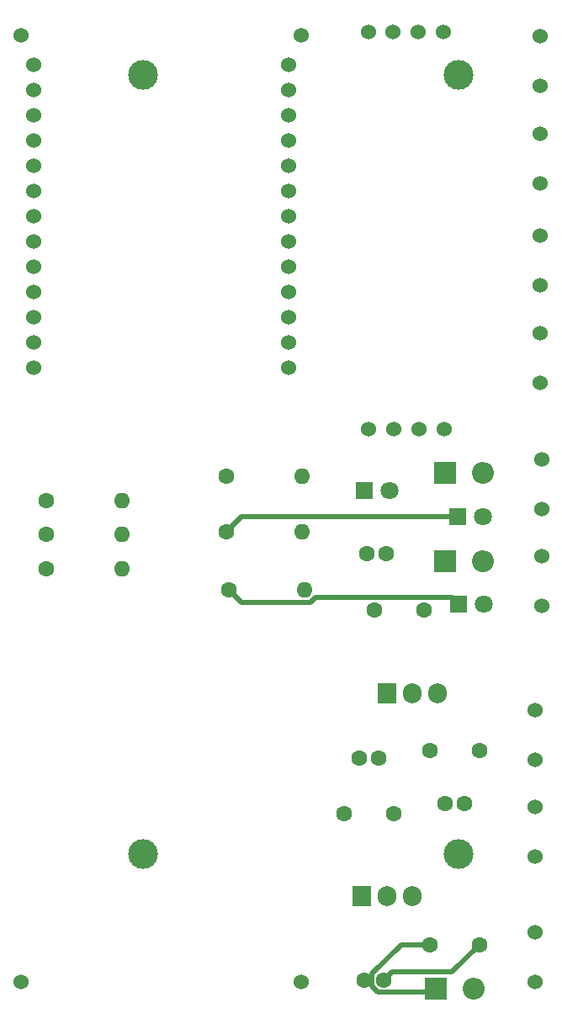
<source format=gtl>
%TF.GenerationSoftware,KiCad,Pcbnew,(5.1.10)-1*%
%TF.CreationDate,2022-11-04T13:07:14-05:00*%
%TF.ProjectId,EscolleraV3,4573636f-6c6c-4657-9261-56332e6b6963,rev?*%
%TF.SameCoordinates,Original*%
%TF.FileFunction,Copper,L1,Top*%
%TF.FilePolarity,Positive*%
%FSLAX46Y46*%
G04 Gerber Fmt 4.6, Leading zero omitted, Abs format (unit mm)*
G04 Created by KiCad (PCBNEW (5.1.10)-1) date 2022-11-04 13:07:14*
%MOMM*%
%LPD*%
G01*
G04 APERTURE LIST*
%TA.AperFunction,WasherPad*%
%ADD10C,1.524000*%
%TD*%
%TA.AperFunction,ComponentPad*%
%ADD11C,1.524000*%
%TD*%
%TA.AperFunction,ComponentPad*%
%ADD12C,1.600000*%
%TD*%
%TA.AperFunction,ComponentPad*%
%ADD13C,1.800000*%
%TD*%
%TA.AperFunction,ComponentPad*%
%ADD14R,1.800000X1.800000*%
%TD*%
%TA.AperFunction,ComponentPad*%
%ADD15O,1.600000X1.600000*%
%TD*%
%TA.AperFunction,ComponentPad*%
%ADD16R,1.905000X2.000000*%
%TD*%
%TA.AperFunction,ComponentPad*%
%ADD17O,1.905000X2.000000*%
%TD*%
%TA.AperFunction,ComponentPad*%
%ADD18R,2.200000X2.200000*%
%TD*%
%TA.AperFunction,ComponentPad*%
%ADD19O,2.200000X2.200000*%
%TD*%
%TA.AperFunction,ViaPad*%
%ADD20C,3.000000*%
%TD*%
%TA.AperFunction,Conductor*%
%ADD21C,0.500000*%
%TD*%
G04 APERTURE END LIST*
D10*
%TO.P,U3,*%
%TO.N,*%
X117739961Y-140912821D03*
X145899961Y-140912821D03*
X145899961Y-45642821D03*
X117739961Y-45642821D03*
D11*
%TO.P,U3,36*%
%TO.N,Net-(U3-Pad36)*%
X118979961Y-48672821D03*
%TO.P,U3,39*%
%TO.N,Net-(U3-Pad39)*%
X118979961Y-51212821D03*
%TO.P,U3,RST*%
%TO.N,Net-(U3-PadRST)*%
X118979961Y-53752821D03*
%TO.P,U3,15*%
%TO.N,Net-(U3-Pad15)*%
X118979961Y-56292821D03*
%TO.P,U3,35*%
%TO.N,Net-(U3-Pad35)*%
X118979961Y-58832821D03*
%TO.P,U3,32*%
%TO.N,Net-(U3-Pad32)*%
X118979961Y-61372821D03*
%TO.P,U3,33*%
%TO.N,Net-(U3-Pad33)*%
X118979961Y-63912821D03*
%TO.P,U3,25*%
%TO.N,/IN2*%
X118979961Y-66452821D03*
%TO.P,U3,14*%
%TO.N,/IN1*%
X118979961Y-68992821D03*
%TO.P,U3,13*%
%TO.N,Net-(U3-Pad13)*%
X118979961Y-71532821D03*
%TO.P,U3,2*%
%TO.N,Net-(R1-Pad2)*%
X118979961Y-74072821D03*
%TO.P,U3,GND1*%
%TO.N,GND*%
X118979961Y-76612821D03*
%TO.P,U3,5V*%
%TO.N,/5V_f*%
X118979961Y-79152821D03*
%TO.P,U3,LoRa1*%
%TO.N,Net-(U3-PadLoRa1)*%
X144659961Y-79152821D03*
%TO.P,U3,LoRa2*%
%TO.N,Net-(U3-PadLoRa2)*%
X144659961Y-76612821D03*
%TO.P,U3,22*%
%TO.N,Net-(U3-Pad22)*%
X144659961Y-68992821D03*
%TO.P,U3,GND3*%
%TO.N,Net-(U3-PadGND3)*%
X144659961Y-66452821D03*
%TO.P,U3,3*%
%TO.N,Net-(U3-Pad3)*%
X144659961Y-51212821D03*
%TO.P,U3,1*%
%TO.N,Net-(U3-Pad1)*%
X144659961Y-48672821D03*
%TO.P,U3,3V3*%
%TO.N,Net-(U3-Pad3V3)*%
X144659961Y-63912821D03*
%TO.P,U3,4*%
%TO.N,Net-(U3-Pad4)*%
X144659961Y-56292821D03*
%TO.P,U3,GND2*%
%TO.N,Net-(U3-PadGND2)*%
X144659961Y-61372821D03*
%TO.P,U3,0*%
%TO.N,Net-(U3-Pad0)*%
X144659961Y-58832821D03*
%TO.P,U3,23*%
%TO.N,Net-(U3-Pad23)*%
X144659961Y-53752821D03*
%TO.P,U3,21*%
%TO.N,Net-(U3-Pad21)*%
X144659961Y-71532821D03*
%TO.P,U3,3.3V*%
%TO.N,Net-(U3-Pad3.3V)*%
X144659961Y-74072821D03*
%TD*%
%TO.P,J8,2*%
%TO.N,/9V_s*%
X170116000Y-103108000D03*
%TO.P,J8,1*%
%TO.N,/9V_f*%
X170116000Y-98108000D03*
%TD*%
D12*
%TO.P,C1,2*%
%TO.N,GND*%
X163877000Y-117602000D03*
%TO.P,C1,1*%
%TO.N,/9V_f*%
X158877000Y-117602000D03*
%TD*%
%TO.P,C2,2*%
%TO.N,GND*%
X163877000Y-137160000D03*
%TO.P,C2,1*%
%TO.N,Net-(C2-Pad1)*%
X158877000Y-137160000D03*
%TD*%
%TO.P,C3,1*%
%TO.N,/9V_f*%
X150241000Y-123952000D03*
%TO.P,C3,2*%
%TO.N,GND*%
X155241000Y-123952000D03*
%TD*%
%TO.P,C4,1*%
%TO.N,/5V_f*%
X153289000Y-103505000D03*
%TO.P,C4,2*%
%TO.N,GND*%
X158289000Y-103505000D03*
%TD*%
%TO.P,C5,2*%
%TO.N,GND*%
X154273000Y-140716000D03*
%TO.P,C5,1*%
%TO.N,Net-(C2-Pad1)*%
X152273000Y-140716000D03*
%TD*%
%TO.P,C6,2*%
%TO.N,GND*%
X153765000Y-118364000D03*
%TO.P,C6,1*%
%TO.N,/9V_f*%
X151765000Y-118364000D03*
%TD*%
%TO.P,C7,1*%
%TO.N,/9V_f*%
X160401000Y-122936000D03*
%TO.P,C7,2*%
%TO.N,GND*%
X162401000Y-122936000D03*
%TD*%
%TO.P,C8,1*%
%TO.N,/5V_f*%
X152527000Y-97790000D03*
%TO.P,C8,2*%
%TO.N,GND*%
X154527000Y-97790000D03*
%TD*%
D13*
%TO.P,D2,2*%
%TO.N,/5V_f*%
X154813000Y-91440000D03*
D14*
%TO.P,D2,1*%
%TO.N,Net-(D2-Pad1)*%
X152273000Y-91440000D03*
%TD*%
%TO.P,D4,1*%
%TO.N,Net-(D4-Pad1)*%
X161798000Y-102870000D03*
D13*
%TO.P,D4,2*%
%TO.N,/9V_s*%
X164338000Y-102870000D03*
%TD*%
D14*
%TO.P,D6,1*%
%TO.N,Net-(D6-Pad1)*%
X161671000Y-94107000D03*
D13*
%TO.P,D6,2*%
%TO.N,/5V_m*%
X164211000Y-94107000D03*
%TD*%
D11*
%TO.P,J1,1*%
%TO.N,Net-(D1-Pad2)*%
X169482000Y-140906000D03*
%TO.P,J1,2*%
%TO.N,GND*%
X169482000Y-135906000D03*
%TD*%
%TO.P,J2,2*%
%TO.N,/A*%
X169989000Y-50784000D03*
%TO.P,J2,1*%
%TO.N,/9V_s*%
X169989000Y-45784000D03*
%TD*%
%TO.P,J3,1*%
%TO.N,/B*%
X169989000Y-55563000D03*
%TO.P,J3,2*%
%TO.N,GND*%
X169989000Y-60563000D03*
%TD*%
%TO.P,J4,2*%
%TO.N,/A*%
X169989000Y-70850000D03*
%TO.P,J4,1*%
%TO.N,/9V_s*%
X169989000Y-65850000D03*
%TD*%
%TO.P,J5,1*%
%TO.N,/B*%
X169989000Y-75629000D03*
%TO.P,J5,2*%
%TO.N,GND*%
X169989000Y-80629000D03*
%TD*%
%TO.P,J6,2*%
%TO.N,/IN1*%
X169482000Y-123333000D03*
%TO.P,J6,1*%
%TO.N,GND*%
X169482000Y-128333000D03*
%TD*%
%TO.P,J7,1*%
%TO.N,/IN2*%
X169482000Y-118554000D03*
%TO.P,J7,2*%
%TO.N,/5V_f*%
X169482000Y-113554000D03*
%TD*%
%TO.P,J9,1*%
%TO.N,/5V_f*%
X170116000Y-88329000D03*
%TO.P,J9,2*%
%TO.N,/5V_m*%
X170116000Y-93329000D03*
%TD*%
D12*
%TO.P,R1,1*%
%TO.N,Net-(D1-Pad2)*%
X120269000Y-92456000D03*
D15*
%TO.P,R1,2*%
%TO.N,Net-(R1-Pad2)*%
X127889000Y-92456000D03*
%TD*%
%TO.P,R2,2*%
%TO.N,Net-(R2-Pad2)*%
X127889000Y-95885000D03*
D12*
%TO.P,R2,1*%
%TO.N,Net-(R1-Pad2)*%
X120269000Y-95885000D03*
%TD*%
%TO.P,R3,1*%
%TO.N,Net-(R2-Pad2)*%
X120269000Y-99314000D03*
D15*
%TO.P,R3,2*%
%TO.N,GND*%
X127889000Y-99314000D03*
%TD*%
%TO.P,R4,2*%
%TO.N,GND*%
X146050000Y-90043000D03*
D12*
%TO.P,R4,1*%
%TO.N,Net-(D2-Pad1)*%
X138430000Y-90043000D03*
%TD*%
D15*
%TO.P,R5,2*%
%TO.N,GND*%
X146304000Y-101473000D03*
D12*
%TO.P,R5,1*%
%TO.N,Net-(D4-Pad1)*%
X138684000Y-101473000D03*
%TD*%
%TO.P,R6,1*%
%TO.N,Net-(D6-Pad1)*%
X138430000Y-95631000D03*
D15*
%TO.P,R6,2*%
%TO.N,GND*%
X146050000Y-95631000D03*
%TD*%
D16*
%TO.P,U1,1*%
%TO.N,Net-(C2-Pad1)*%
X152019000Y-132270500D03*
D17*
%TO.P,U1,2*%
%TO.N,GND*%
X154559000Y-132270500D03*
%TO.P,U1,3*%
%TO.N,/9V_f*%
X157099000Y-132270500D03*
%TD*%
%TO.P,U2,3*%
%TO.N,/5V_f*%
X159639000Y-111887000D03*
%TO.P,U2,2*%
%TO.N,GND*%
X157099000Y-111887000D03*
D16*
%TO.P,U2,1*%
%TO.N,/9V_f*%
X154559000Y-111887000D03*
%TD*%
D11*
%TO.P,U4,8*%
%TO.N,/5V_m*%
X152704800Y-85318600D03*
%TO.P,U4,6*%
%TO.N,/A*%
X157784800Y-85318600D03*
%TO.P,U4,4*%
%TO.N,Net-(U3-Pad1)*%
X160274000Y-45339000D03*
%TO.P,U4,2*%
%TO.N,Net-(U3-Pad13)*%
X155194000Y-45339000D03*
%TO.P,U4,1*%
%TO.N,Net-(U3-Pad3)*%
X152681000Y-45339000D03*
%TO.P,U4,3*%
%TO.N,Net-(U3-Pad13)*%
X157734000Y-45339000D03*
%TO.P,U4,5*%
%TO.N,GND*%
X160324800Y-85318600D03*
%TO.P,U4,7*%
%TO.N,/B*%
X155244800Y-85325800D03*
%TD*%
D18*
%TO.P,D1,1*%
%TO.N,Net-(C2-Pad1)*%
X159512000Y-141605000D03*
D19*
%TO.P,D1,2*%
%TO.N,Net-(D1-Pad2)*%
X163322000Y-141605000D03*
%TD*%
%TO.P,D3,2*%
%TO.N,/9V_s*%
X164211000Y-98552000D03*
D18*
%TO.P,D3,1*%
%TO.N,/9V_f*%
X160401000Y-98552000D03*
%TD*%
%TO.P,D5,1*%
%TO.N,/5V_f*%
X160401000Y-89662000D03*
D19*
%TO.P,D5,2*%
%TO.N,/5V_m*%
X164211000Y-89662000D03*
%TD*%
D20*
%TO.N,GND*%
X161798000Y-49657000D03*
X130048000Y-128016000D03*
X161798000Y-128016000D03*
X130048000Y-49657000D03*
%TD*%
D21*
%TO.N,GND*%
X161120999Y-139916001D02*
X163877000Y-137160000D01*
X155072999Y-139916001D02*
X161120999Y-139916001D01*
X154273000Y-140716000D02*
X155072999Y-139916001D01*
%TO.N,Net-(C2-Pad1)*%
X159150999Y-141966001D02*
X159512000Y-141605000D01*
X153022999Y-141316001D02*
X153672999Y-141966001D01*
X155978998Y-137160000D02*
X153022999Y-140115999D01*
X153672999Y-141966001D02*
X159150999Y-141966001D01*
X153022999Y-140115999D02*
X153022999Y-141316001D01*
X158877000Y-137160000D02*
X155978998Y-137160000D01*
%TO.N,Net-(D4-Pad1)*%
X139934001Y-102723001D02*
X138684000Y-101473000D01*
X146904001Y-102723001D02*
X139934001Y-102723001D01*
X147372003Y-102254999D02*
X146904001Y-102723001D01*
X161182999Y-102254999D02*
X147372003Y-102254999D01*
X161798000Y-102870000D02*
X161182999Y-102254999D01*
%TO.N,Net-(D6-Pad1)*%
X139954000Y-94107000D02*
X161671000Y-94107000D01*
X138430000Y-95631000D02*
X139954000Y-94107000D01*
%TD*%
M02*

</source>
